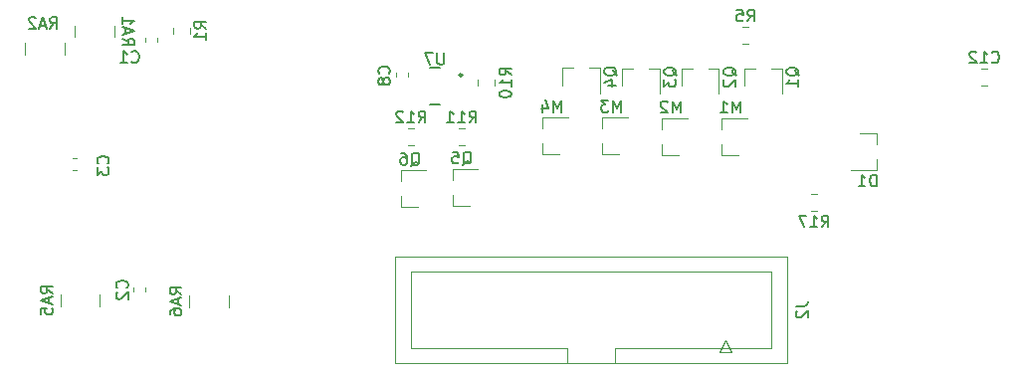
<source format=gbo>
G04 #@! TF.GenerationSoftware,KiCad,Pcbnew,(5.1.7)-1*
G04 #@! TF.CreationDate,2021-11-14T21:58:53-06:00*
G04 #@! TF.ProjectId,PIC-nixie,5049432d-6e69-4786-9965-2e6b69636164,rev?*
G04 #@! TF.SameCoordinates,Original*
G04 #@! TF.FileFunction,Legend,Bot*
G04 #@! TF.FilePolarity,Positive*
%FSLAX46Y46*%
G04 Gerber Fmt 4.6, Leading zero omitted, Abs format (unit mm)*
G04 Created by KiCad (PCBNEW (5.1.7)-1) date 2021-11-14 21:58:53*
%MOMM*%
%LPD*%
G01*
G04 APERTURE LIST*
%ADD10C,0.120000*%
%ADD11C,0.250000*%
%ADD12C,0.150000*%
%ADD13C,2.301600*%
%ADD14C,1.701800*%
%ADD15O,2.101600X1.101600*%
%ADD16O,1.701600X1.701600*%
%ADD17C,1.801600*%
%ADD18C,1.901600*%
G04 APERTURE END LIST*
D10*
X160930000Y-122830000D02*
X161430000Y-121830000D01*
X161930000Y-122830000D02*
X160930000Y-122830000D01*
X161430000Y-121830000D02*
X161930000Y-122830000D01*
X147950000Y-122480000D02*
X147950000Y-123790000D01*
X147950000Y-122480000D02*
X147950000Y-122480000D01*
X134660000Y-122480000D02*
X147950000Y-122480000D01*
X134660000Y-115980000D02*
X134660000Y-122480000D01*
X165340000Y-115980000D02*
X134660000Y-115980000D01*
X165340000Y-122480000D02*
X165340000Y-115980000D01*
X152050000Y-122480000D02*
X165340000Y-122480000D01*
X152050000Y-123790000D02*
X152050000Y-122480000D01*
X133360000Y-123790000D02*
X166640000Y-123790000D01*
X133360000Y-114670000D02*
X133360000Y-123790000D01*
X166640000Y-114670000D02*
X133360000Y-114670000D01*
X166640000Y-123790000D02*
X166640000Y-114670000D01*
D11*
X139035000Y-99236000D02*
G75*
G03*
X139035000Y-99236000I-125000J0D01*
G01*
D12*
X137135000Y-101736000D02*
X136285000Y-101736000D01*
X137135000Y-98636000D02*
X136285000Y-98636000D01*
D10*
X115820000Y-119000000D02*
X115820000Y-118000000D01*
X119180000Y-119000000D02*
X119180000Y-118000000D01*
X104845000Y-118925000D02*
X104845000Y-117925000D01*
X108205000Y-118925000D02*
X108205000Y-117925000D01*
X101845000Y-97500000D02*
X101845000Y-96500000D01*
X105205000Y-97500000D02*
X105205000Y-96500000D01*
X109455000Y-95025000D02*
X109455000Y-96025000D01*
X106095000Y-95025000D02*
X106095000Y-96025000D01*
X168706748Y-109382000D02*
X169229252Y-109382000D01*
X168706748Y-110802000D02*
X169229252Y-110802000D01*
X134930252Y-105214000D02*
X134407748Y-105214000D01*
X134930252Y-103794000D02*
X134407748Y-103794000D01*
X139257252Y-105214000D02*
X138734748Y-105214000D01*
X139257252Y-103794000D02*
X138734748Y-103794000D01*
X140390000Y-100136252D02*
X140390000Y-99613748D01*
X141810000Y-100136252D02*
X141810000Y-99613748D01*
X163396252Y-96578000D02*
X162873748Y-96578000D01*
X163396252Y-95158000D02*
X162873748Y-95158000D01*
X115860000Y-95711252D02*
X115860000Y-95188748D01*
X114440000Y-95711252D02*
X114440000Y-95188748D01*
X133824000Y-110504000D02*
X135284000Y-110504000D01*
X133824000Y-107344000D02*
X135984000Y-107344000D01*
X133824000Y-107344000D02*
X133824000Y-108274000D01*
X133824000Y-110504000D02*
X133824000Y-109574000D01*
X138220000Y-110402000D02*
X139680000Y-110402000D01*
X138220000Y-107242000D02*
X140380000Y-107242000D01*
X138220000Y-107242000D02*
X138220000Y-108172000D01*
X138220000Y-110402000D02*
X138220000Y-109472000D01*
X147576000Y-98648000D02*
X147576000Y-100108000D01*
X150736000Y-98648000D02*
X150736000Y-100808000D01*
X150736000Y-98648000D02*
X149806000Y-98648000D01*
X147576000Y-98648000D02*
X148506000Y-98648000D01*
X152656000Y-98664000D02*
X152656000Y-100124000D01*
X155816000Y-98664000D02*
X155816000Y-100824000D01*
X155816000Y-98664000D02*
X154886000Y-98664000D01*
X152656000Y-98664000D02*
X153586000Y-98664000D01*
X157720000Y-98664000D02*
X157720000Y-100124000D01*
X160880000Y-98664000D02*
X160880000Y-100824000D01*
X160880000Y-98664000D02*
X159950000Y-98664000D01*
X157720000Y-98664000D02*
X158650000Y-98664000D01*
X163070000Y-98664000D02*
X163070000Y-100124000D01*
X166230000Y-98664000D02*
X166230000Y-100824000D01*
X166230000Y-98664000D02*
X165300000Y-98664000D01*
X163070000Y-98664000D02*
X164000000Y-98664000D01*
X145872000Y-106018000D02*
X145872000Y-105088000D01*
X145872000Y-102858000D02*
X145872000Y-103788000D01*
X145872000Y-102858000D02*
X148032000Y-102858000D01*
X145872000Y-106018000D02*
X147332000Y-106018000D01*
X150952000Y-106018000D02*
X152412000Y-106018000D01*
X150952000Y-102858000D02*
X153112000Y-102858000D01*
X150952000Y-102858000D02*
X150952000Y-103788000D01*
X150952000Y-106018000D02*
X150952000Y-105088000D01*
X156016000Y-106084000D02*
X157476000Y-106084000D01*
X156016000Y-102924000D02*
X158176000Y-102924000D01*
X156016000Y-102924000D02*
X156016000Y-103854000D01*
X156016000Y-106084000D02*
X156016000Y-105154000D01*
X161096000Y-106084000D02*
X162556000Y-106084000D01*
X161096000Y-102924000D02*
X163256000Y-102924000D01*
X161096000Y-102924000D02*
X161096000Y-103854000D01*
X161096000Y-106084000D02*
X161096000Y-105154000D01*
X174300000Y-104194000D02*
X172840000Y-104194000D01*
X174300000Y-107354000D02*
X172140000Y-107354000D01*
X174300000Y-107354000D02*
X174300000Y-106424000D01*
X174300000Y-104194000D02*
X174300000Y-105124000D01*
X183716252Y-100134000D02*
X183193748Y-100134000D01*
X183716252Y-98714000D02*
X183193748Y-98714000D01*
X133440000Y-99346267D02*
X133440000Y-99003733D01*
X134460000Y-99346267D02*
X134460000Y-99003733D01*
X105853733Y-106340000D02*
X106196267Y-106340000D01*
X105853733Y-107360000D02*
X106196267Y-107360000D01*
X112085000Y-117353733D02*
X112085000Y-117696267D01*
X111065000Y-117353733D02*
X111065000Y-117696267D01*
X113110000Y-96421267D02*
X113110000Y-96078733D01*
X112090000Y-96421267D02*
X112090000Y-96078733D01*
D12*
X167427380Y-118906666D02*
X168141666Y-118906666D01*
X168284523Y-118859047D01*
X168379761Y-118763809D01*
X168427380Y-118620952D01*
X168427380Y-118525714D01*
X167522619Y-119335238D02*
X167475000Y-119382857D01*
X167427380Y-119478095D01*
X167427380Y-119716190D01*
X167475000Y-119811428D01*
X167522619Y-119859047D01*
X167617857Y-119906666D01*
X167713095Y-119906666D01*
X167855952Y-119859047D01*
X168427380Y-119287619D01*
X168427380Y-119906666D01*
X137484404Y-97352380D02*
X137484404Y-98161904D01*
X137436785Y-98257142D01*
X137389166Y-98304761D01*
X137293928Y-98352380D01*
X137103452Y-98352380D01*
X137008214Y-98304761D01*
X136960595Y-98257142D01*
X136912976Y-98161904D01*
X136912976Y-97352380D01*
X136532023Y-97352380D02*
X135865357Y-97352380D01*
X136293928Y-98352380D01*
X115152380Y-117904761D02*
X114676190Y-117571428D01*
X115152380Y-117333333D02*
X114152380Y-117333333D01*
X114152380Y-117714285D01*
X114200000Y-117809523D01*
X114247619Y-117857142D01*
X114342857Y-117904761D01*
X114485714Y-117904761D01*
X114580952Y-117857142D01*
X114628571Y-117809523D01*
X114676190Y-117714285D01*
X114676190Y-117333333D01*
X114866666Y-118285714D02*
X114866666Y-118761904D01*
X115152380Y-118190476D02*
X114152380Y-118523809D01*
X115152380Y-118857142D01*
X114152380Y-119619047D02*
X114152380Y-119428571D01*
X114200000Y-119333333D01*
X114247619Y-119285714D01*
X114390476Y-119190476D01*
X114580952Y-119142857D01*
X114961904Y-119142857D01*
X115057142Y-119190476D01*
X115104761Y-119238095D01*
X115152380Y-119333333D01*
X115152380Y-119523809D01*
X115104761Y-119619047D01*
X115057142Y-119666666D01*
X114961904Y-119714285D01*
X114723809Y-119714285D01*
X114628571Y-119666666D01*
X114580952Y-119619047D01*
X114533333Y-119523809D01*
X114533333Y-119333333D01*
X114580952Y-119238095D01*
X114628571Y-119190476D01*
X114723809Y-119142857D01*
X104177380Y-117829761D02*
X103701190Y-117496428D01*
X104177380Y-117258333D02*
X103177380Y-117258333D01*
X103177380Y-117639285D01*
X103225000Y-117734523D01*
X103272619Y-117782142D01*
X103367857Y-117829761D01*
X103510714Y-117829761D01*
X103605952Y-117782142D01*
X103653571Y-117734523D01*
X103701190Y-117639285D01*
X103701190Y-117258333D01*
X103891666Y-118210714D02*
X103891666Y-118686904D01*
X104177380Y-118115476D02*
X103177380Y-118448809D01*
X104177380Y-118782142D01*
X103177380Y-119591666D02*
X103177380Y-119115476D01*
X103653571Y-119067857D01*
X103605952Y-119115476D01*
X103558333Y-119210714D01*
X103558333Y-119448809D01*
X103605952Y-119544047D01*
X103653571Y-119591666D01*
X103748809Y-119639285D01*
X103986904Y-119639285D01*
X104082142Y-119591666D01*
X104129761Y-119544047D01*
X104177380Y-119448809D01*
X104177380Y-119210714D01*
X104129761Y-119115476D01*
X104082142Y-119067857D01*
X103970238Y-95302380D02*
X104303571Y-94826190D01*
X104541666Y-95302380D02*
X104541666Y-94302380D01*
X104160714Y-94302380D01*
X104065476Y-94350000D01*
X104017857Y-94397619D01*
X103970238Y-94492857D01*
X103970238Y-94635714D01*
X104017857Y-94730952D01*
X104065476Y-94778571D01*
X104160714Y-94826190D01*
X104541666Y-94826190D01*
X103589285Y-95016666D02*
X103113095Y-95016666D01*
X103684523Y-95302380D02*
X103351190Y-94302380D01*
X103017857Y-95302380D01*
X102732142Y-94397619D02*
X102684523Y-94350000D01*
X102589285Y-94302380D01*
X102351190Y-94302380D01*
X102255952Y-94350000D01*
X102208333Y-94397619D01*
X102160714Y-94492857D01*
X102160714Y-94588095D01*
X102208333Y-94730952D01*
X102779761Y-95302380D01*
X102160714Y-95302380D01*
X110122619Y-96120238D02*
X110598809Y-96453571D01*
X110122619Y-96691666D02*
X111122619Y-96691666D01*
X111122619Y-96310714D01*
X111075000Y-96215476D01*
X111027380Y-96167857D01*
X110932142Y-96120238D01*
X110789285Y-96120238D01*
X110694047Y-96167857D01*
X110646428Y-96215476D01*
X110598809Y-96310714D01*
X110598809Y-96691666D01*
X110408333Y-95739285D02*
X110408333Y-95263095D01*
X110122619Y-95834523D02*
X111122619Y-95501190D01*
X110122619Y-95167857D01*
X110122619Y-94310714D02*
X110122619Y-94882142D01*
X110122619Y-94596428D02*
X111122619Y-94596428D01*
X110979761Y-94691666D01*
X110884523Y-94786904D01*
X110836904Y-94882142D01*
X169610857Y-112194380D02*
X169944190Y-111718190D01*
X170182285Y-112194380D02*
X170182285Y-111194380D01*
X169801333Y-111194380D01*
X169706095Y-111242000D01*
X169658476Y-111289619D01*
X169610857Y-111384857D01*
X169610857Y-111527714D01*
X169658476Y-111622952D01*
X169706095Y-111670571D01*
X169801333Y-111718190D01*
X170182285Y-111718190D01*
X168658476Y-112194380D02*
X169229904Y-112194380D01*
X168944190Y-112194380D02*
X168944190Y-111194380D01*
X169039428Y-111337238D01*
X169134666Y-111432476D01*
X169229904Y-111480095D01*
X168325142Y-111194380D02*
X167658476Y-111194380D01*
X168087047Y-112194380D01*
X135311857Y-103306380D02*
X135645190Y-102830190D01*
X135883285Y-103306380D02*
X135883285Y-102306380D01*
X135502333Y-102306380D01*
X135407095Y-102354000D01*
X135359476Y-102401619D01*
X135311857Y-102496857D01*
X135311857Y-102639714D01*
X135359476Y-102734952D01*
X135407095Y-102782571D01*
X135502333Y-102830190D01*
X135883285Y-102830190D01*
X134359476Y-103306380D02*
X134930904Y-103306380D01*
X134645190Y-103306380D02*
X134645190Y-102306380D01*
X134740428Y-102449238D01*
X134835666Y-102544476D01*
X134930904Y-102592095D01*
X133978523Y-102401619D02*
X133930904Y-102354000D01*
X133835666Y-102306380D01*
X133597571Y-102306380D01*
X133502333Y-102354000D01*
X133454714Y-102401619D01*
X133407095Y-102496857D01*
X133407095Y-102592095D01*
X133454714Y-102734952D01*
X134026142Y-103306380D01*
X133407095Y-103306380D01*
X139638857Y-103306380D02*
X139972190Y-102830190D01*
X140210285Y-103306380D02*
X140210285Y-102306380D01*
X139829333Y-102306380D01*
X139734095Y-102354000D01*
X139686476Y-102401619D01*
X139638857Y-102496857D01*
X139638857Y-102639714D01*
X139686476Y-102734952D01*
X139734095Y-102782571D01*
X139829333Y-102830190D01*
X140210285Y-102830190D01*
X138686476Y-103306380D02*
X139257904Y-103306380D01*
X138972190Y-103306380D02*
X138972190Y-102306380D01*
X139067428Y-102449238D01*
X139162666Y-102544476D01*
X139257904Y-102592095D01*
X137734095Y-103306380D02*
X138305523Y-103306380D01*
X138019809Y-103306380D02*
X138019809Y-102306380D01*
X138115047Y-102449238D01*
X138210285Y-102544476D01*
X138305523Y-102592095D01*
X143202380Y-99232142D02*
X142726190Y-98898809D01*
X143202380Y-98660714D02*
X142202380Y-98660714D01*
X142202380Y-99041666D01*
X142250000Y-99136904D01*
X142297619Y-99184523D01*
X142392857Y-99232142D01*
X142535714Y-99232142D01*
X142630952Y-99184523D01*
X142678571Y-99136904D01*
X142726190Y-99041666D01*
X142726190Y-98660714D01*
X143202380Y-100184523D02*
X143202380Y-99613095D01*
X143202380Y-99898809D02*
X142202380Y-99898809D01*
X142345238Y-99803571D01*
X142440476Y-99708333D01*
X142488095Y-99613095D01*
X142202380Y-100803571D02*
X142202380Y-100898809D01*
X142250000Y-100994047D01*
X142297619Y-101041666D01*
X142392857Y-101089285D01*
X142583333Y-101136904D01*
X142821428Y-101136904D01*
X143011904Y-101089285D01*
X143107142Y-101041666D01*
X143154761Y-100994047D01*
X143202380Y-100898809D01*
X143202380Y-100803571D01*
X143154761Y-100708333D01*
X143107142Y-100660714D01*
X143011904Y-100613095D01*
X142821428Y-100565476D01*
X142583333Y-100565476D01*
X142392857Y-100613095D01*
X142297619Y-100660714D01*
X142250000Y-100708333D01*
X142202380Y-100803571D01*
X163301666Y-94670380D02*
X163635000Y-94194190D01*
X163873095Y-94670380D02*
X163873095Y-93670380D01*
X163492142Y-93670380D01*
X163396904Y-93718000D01*
X163349285Y-93765619D01*
X163301666Y-93860857D01*
X163301666Y-94003714D01*
X163349285Y-94098952D01*
X163396904Y-94146571D01*
X163492142Y-94194190D01*
X163873095Y-94194190D01*
X162396904Y-93670380D02*
X162873095Y-93670380D01*
X162920714Y-94146571D01*
X162873095Y-94098952D01*
X162777857Y-94051333D01*
X162539761Y-94051333D01*
X162444523Y-94098952D01*
X162396904Y-94146571D01*
X162349285Y-94241809D01*
X162349285Y-94479904D01*
X162396904Y-94575142D01*
X162444523Y-94622761D01*
X162539761Y-94670380D01*
X162777857Y-94670380D01*
X162873095Y-94622761D01*
X162920714Y-94575142D01*
X117252380Y-95283333D02*
X116776190Y-94950000D01*
X117252380Y-94711904D02*
X116252380Y-94711904D01*
X116252380Y-95092857D01*
X116300000Y-95188095D01*
X116347619Y-95235714D01*
X116442857Y-95283333D01*
X116585714Y-95283333D01*
X116680952Y-95235714D01*
X116728571Y-95188095D01*
X116776190Y-95092857D01*
X116776190Y-94711904D01*
X117252380Y-96235714D02*
X117252380Y-95664285D01*
X117252380Y-95950000D02*
X116252380Y-95950000D01*
X116395238Y-95854761D01*
X116490476Y-95759523D01*
X116538095Y-95664285D01*
X134679238Y-106971619D02*
X134774476Y-106924000D01*
X134869714Y-106828761D01*
X135012571Y-106685904D01*
X135107809Y-106638285D01*
X135203047Y-106638285D01*
X135155428Y-106876380D02*
X135250666Y-106828761D01*
X135345904Y-106733523D01*
X135393523Y-106543047D01*
X135393523Y-106209714D01*
X135345904Y-106019238D01*
X135250666Y-105924000D01*
X135155428Y-105876380D01*
X134964952Y-105876380D01*
X134869714Y-105924000D01*
X134774476Y-106019238D01*
X134726857Y-106209714D01*
X134726857Y-106543047D01*
X134774476Y-106733523D01*
X134869714Y-106828761D01*
X134964952Y-106876380D01*
X135155428Y-106876380D01*
X133869714Y-105876380D02*
X134060190Y-105876380D01*
X134155428Y-105924000D01*
X134203047Y-105971619D01*
X134298285Y-106114476D01*
X134345904Y-106304952D01*
X134345904Y-106685904D01*
X134298285Y-106781142D01*
X134250666Y-106828761D01*
X134155428Y-106876380D01*
X133964952Y-106876380D01*
X133869714Y-106828761D01*
X133822095Y-106781142D01*
X133774476Y-106685904D01*
X133774476Y-106447809D01*
X133822095Y-106352571D01*
X133869714Y-106304952D01*
X133964952Y-106257333D01*
X134155428Y-106257333D01*
X134250666Y-106304952D01*
X134298285Y-106352571D01*
X134345904Y-106447809D01*
X139075238Y-106869619D02*
X139170476Y-106822000D01*
X139265714Y-106726761D01*
X139408571Y-106583904D01*
X139503809Y-106536285D01*
X139599047Y-106536285D01*
X139551428Y-106774380D02*
X139646666Y-106726761D01*
X139741904Y-106631523D01*
X139789523Y-106441047D01*
X139789523Y-106107714D01*
X139741904Y-105917238D01*
X139646666Y-105822000D01*
X139551428Y-105774380D01*
X139360952Y-105774380D01*
X139265714Y-105822000D01*
X139170476Y-105917238D01*
X139122857Y-106107714D01*
X139122857Y-106441047D01*
X139170476Y-106631523D01*
X139265714Y-106726761D01*
X139360952Y-106774380D01*
X139551428Y-106774380D01*
X138218095Y-105774380D02*
X138694285Y-105774380D01*
X138741904Y-106250571D01*
X138694285Y-106202952D01*
X138599047Y-106155333D01*
X138360952Y-106155333D01*
X138265714Y-106202952D01*
X138218095Y-106250571D01*
X138170476Y-106345809D01*
X138170476Y-106583904D01*
X138218095Y-106679142D01*
X138265714Y-106726761D01*
X138360952Y-106774380D01*
X138599047Y-106774380D01*
X138694285Y-106726761D01*
X138741904Y-106679142D01*
X152203619Y-99312761D02*
X152156000Y-99217523D01*
X152060761Y-99122285D01*
X151917904Y-98979428D01*
X151870285Y-98884190D01*
X151870285Y-98788952D01*
X152108380Y-98836571D02*
X152060761Y-98741333D01*
X151965523Y-98646095D01*
X151775047Y-98598476D01*
X151441714Y-98598476D01*
X151251238Y-98646095D01*
X151156000Y-98741333D01*
X151108380Y-98836571D01*
X151108380Y-99027047D01*
X151156000Y-99122285D01*
X151251238Y-99217523D01*
X151441714Y-99265142D01*
X151775047Y-99265142D01*
X151965523Y-99217523D01*
X152060761Y-99122285D01*
X152108380Y-99027047D01*
X152108380Y-98836571D01*
X151441714Y-100122285D02*
X152108380Y-100122285D01*
X151060761Y-99884190D02*
X151775047Y-99646095D01*
X151775047Y-100265142D01*
X157283619Y-99328761D02*
X157236000Y-99233523D01*
X157140761Y-99138285D01*
X156997904Y-98995428D01*
X156950285Y-98900190D01*
X156950285Y-98804952D01*
X157188380Y-98852571D02*
X157140761Y-98757333D01*
X157045523Y-98662095D01*
X156855047Y-98614476D01*
X156521714Y-98614476D01*
X156331238Y-98662095D01*
X156236000Y-98757333D01*
X156188380Y-98852571D01*
X156188380Y-99043047D01*
X156236000Y-99138285D01*
X156331238Y-99233523D01*
X156521714Y-99281142D01*
X156855047Y-99281142D01*
X157045523Y-99233523D01*
X157140761Y-99138285D01*
X157188380Y-99043047D01*
X157188380Y-98852571D01*
X156188380Y-99614476D02*
X156188380Y-100233523D01*
X156569333Y-99900190D01*
X156569333Y-100043047D01*
X156616952Y-100138285D01*
X156664571Y-100185904D01*
X156759809Y-100233523D01*
X156997904Y-100233523D01*
X157093142Y-100185904D01*
X157140761Y-100138285D01*
X157188380Y-100043047D01*
X157188380Y-99757333D01*
X157140761Y-99662095D01*
X157093142Y-99614476D01*
X162347619Y-99328761D02*
X162300000Y-99233523D01*
X162204761Y-99138285D01*
X162061904Y-98995428D01*
X162014285Y-98900190D01*
X162014285Y-98804952D01*
X162252380Y-98852571D02*
X162204761Y-98757333D01*
X162109523Y-98662095D01*
X161919047Y-98614476D01*
X161585714Y-98614476D01*
X161395238Y-98662095D01*
X161300000Y-98757333D01*
X161252380Y-98852571D01*
X161252380Y-99043047D01*
X161300000Y-99138285D01*
X161395238Y-99233523D01*
X161585714Y-99281142D01*
X161919047Y-99281142D01*
X162109523Y-99233523D01*
X162204761Y-99138285D01*
X162252380Y-99043047D01*
X162252380Y-98852571D01*
X161347619Y-99662095D02*
X161300000Y-99709714D01*
X161252380Y-99804952D01*
X161252380Y-100043047D01*
X161300000Y-100138285D01*
X161347619Y-100185904D01*
X161442857Y-100233523D01*
X161538095Y-100233523D01*
X161680952Y-100185904D01*
X162252380Y-99614476D01*
X162252380Y-100233523D01*
X167697619Y-99328761D02*
X167650000Y-99233523D01*
X167554761Y-99138285D01*
X167411904Y-98995428D01*
X167364285Y-98900190D01*
X167364285Y-98804952D01*
X167602380Y-98852571D02*
X167554761Y-98757333D01*
X167459523Y-98662095D01*
X167269047Y-98614476D01*
X166935714Y-98614476D01*
X166745238Y-98662095D01*
X166650000Y-98757333D01*
X166602380Y-98852571D01*
X166602380Y-99043047D01*
X166650000Y-99138285D01*
X166745238Y-99233523D01*
X166935714Y-99281142D01*
X167269047Y-99281142D01*
X167459523Y-99233523D01*
X167554761Y-99138285D01*
X167602380Y-99043047D01*
X167602380Y-98852571D01*
X167602380Y-100233523D02*
X167602380Y-99662095D01*
X167602380Y-99947809D02*
X166602380Y-99947809D01*
X166745238Y-99852571D01*
X166840476Y-99757333D01*
X166888095Y-99662095D01*
X147441523Y-102390380D02*
X147441523Y-101390380D01*
X147108190Y-102104666D01*
X146774857Y-101390380D01*
X146774857Y-102390380D01*
X145870095Y-101723714D02*
X145870095Y-102390380D01*
X146108190Y-101342761D02*
X146346285Y-102057047D01*
X145727238Y-102057047D01*
X152521523Y-102390380D02*
X152521523Y-101390380D01*
X152188190Y-102104666D01*
X151854857Y-101390380D01*
X151854857Y-102390380D01*
X151473904Y-101390380D02*
X150854857Y-101390380D01*
X151188190Y-101771333D01*
X151045333Y-101771333D01*
X150950095Y-101818952D01*
X150902476Y-101866571D01*
X150854857Y-101961809D01*
X150854857Y-102199904D01*
X150902476Y-102295142D01*
X150950095Y-102342761D01*
X151045333Y-102390380D01*
X151331047Y-102390380D01*
X151426285Y-102342761D01*
X151473904Y-102295142D01*
X157585523Y-102456380D02*
X157585523Y-101456380D01*
X157252190Y-102170666D01*
X156918857Y-101456380D01*
X156918857Y-102456380D01*
X156490285Y-101551619D02*
X156442666Y-101504000D01*
X156347428Y-101456380D01*
X156109333Y-101456380D01*
X156014095Y-101504000D01*
X155966476Y-101551619D01*
X155918857Y-101646857D01*
X155918857Y-101742095D01*
X155966476Y-101884952D01*
X156537904Y-102456380D01*
X155918857Y-102456380D01*
X162665523Y-102456380D02*
X162665523Y-101456380D01*
X162332190Y-102170666D01*
X161998857Y-101456380D01*
X161998857Y-102456380D01*
X160998857Y-102456380D02*
X161570285Y-102456380D01*
X161284571Y-102456380D02*
X161284571Y-101456380D01*
X161379809Y-101599238D01*
X161475047Y-101694476D01*
X161570285Y-101742095D01*
X174278095Y-108726380D02*
X174278095Y-107726380D01*
X174040000Y-107726380D01*
X173897142Y-107774000D01*
X173801904Y-107869238D01*
X173754285Y-107964476D01*
X173706666Y-108154952D01*
X173706666Y-108297809D01*
X173754285Y-108488285D01*
X173801904Y-108583523D01*
X173897142Y-108678761D01*
X174040000Y-108726380D01*
X174278095Y-108726380D01*
X172754285Y-108726380D02*
X173325714Y-108726380D01*
X173040000Y-108726380D02*
X173040000Y-107726380D01*
X173135238Y-107869238D01*
X173230476Y-107964476D01*
X173325714Y-108012095D01*
X184097857Y-98131142D02*
X184145476Y-98178761D01*
X184288333Y-98226380D01*
X184383571Y-98226380D01*
X184526428Y-98178761D01*
X184621666Y-98083523D01*
X184669285Y-97988285D01*
X184716904Y-97797809D01*
X184716904Y-97654952D01*
X184669285Y-97464476D01*
X184621666Y-97369238D01*
X184526428Y-97274000D01*
X184383571Y-97226380D01*
X184288333Y-97226380D01*
X184145476Y-97274000D01*
X184097857Y-97321619D01*
X183145476Y-98226380D02*
X183716904Y-98226380D01*
X183431190Y-98226380D02*
X183431190Y-97226380D01*
X183526428Y-97369238D01*
X183621666Y-97464476D01*
X183716904Y-97512095D01*
X182764523Y-97321619D02*
X182716904Y-97274000D01*
X182621666Y-97226380D01*
X182383571Y-97226380D01*
X182288333Y-97274000D01*
X182240714Y-97321619D01*
X182193095Y-97416857D01*
X182193095Y-97512095D01*
X182240714Y-97654952D01*
X182812142Y-98226380D01*
X182193095Y-98226380D01*
X132783142Y-99121333D02*
X132830761Y-99073714D01*
X132878380Y-98930857D01*
X132878380Y-98835619D01*
X132830761Y-98692761D01*
X132735523Y-98597523D01*
X132640285Y-98549904D01*
X132449809Y-98502285D01*
X132306952Y-98502285D01*
X132116476Y-98549904D01*
X132021238Y-98597523D01*
X131926000Y-98692761D01*
X131878380Y-98835619D01*
X131878380Y-98930857D01*
X131926000Y-99073714D01*
X131973619Y-99121333D01*
X132306952Y-99692761D02*
X132259333Y-99597523D01*
X132211714Y-99549904D01*
X132116476Y-99502285D01*
X132068857Y-99502285D01*
X131973619Y-99549904D01*
X131926000Y-99597523D01*
X131878380Y-99692761D01*
X131878380Y-99883238D01*
X131926000Y-99978476D01*
X131973619Y-100026095D01*
X132068857Y-100073714D01*
X132116476Y-100073714D01*
X132211714Y-100026095D01*
X132259333Y-99978476D01*
X132306952Y-99883238D01*
X132306952Y-99692761D01*
X132354571Y-99597523D01*
X132402190Y-99549904D01*
X132497428Y-99502285D01*
X132687904Y-99502285D01*
X132783142Y-99549904D01*
X132830761Y-99597523D01*
X132878380Y-99692761D01*
X132878380Y-99883238D01*
X132830761Y-99978476D01*
X132783142Y-100026095D01*
X132687904Y-100073714D01*
X132497428Y-100073714D01*
X132402190Y-100026095D01*
X132354571Y-99978476D01*
X132306952Y-99883238D01*
X108882142Y-106783333D02*
X108929761Y-106735714D01*
X108977380Y-106592857D01*
X108977380Y-106497619D01*
X108929761Y-106354761D01*
X108834523Y-106259523D01*
X108739285Y-106211904D01*
X108548809Y-106164285D01*
X108405952Y-106164285D01*
X108215476Y-106211904D01*
X108120238Y-106259523D01*
X108025000Y-106354761D01*
X107977380Y-106497619D01*
X107977380Y-106592857D01*
X108025000Y-106735714D01*
X108072619Y-106783333D01*
X107977380Y-107116666D02*
X107977380Y-107735714D01*
X108358333Y-107402380D01*
X108358333Y-107545238D01*
X108405952Y-107640476D01*
X108453571Y-107688095D01*
X108548809Y-107735714D01*
X108786904Y-107735714D01*
X108882142Y-107688095D01*
X108929761Y-107640476D01*
X108977380Y-107545238D01*
X108977380Y-107259523D01*
X108929761Y-107164285D01*
X108882142Y-107116666D01*
X110502142Y-117358333D02*
X110549761Y-117310714D01*
X110597380Y-117167857D01*
X110597380Y-117072619D01*
X110549761Y-116929761D01*
X110454523Y-116834523D01*
X110359285Y-116786904D01*
X110168809Y-116739285D01*
X110025952Y-116739285D01*
X109835476Y-116786904D01*
X109740238Y-116834523D01*
X109645000Y-116929761D01*
X109597380Y-117072619D01*
X109597380Y-117167857D01*
X109645000Y-117310714D01*
X109692619Y-117358333D01*
X109692619Y-117739285D02*
X109645000Y-117786904D01*
X109597380Y-117882142D01*
X109597380Y-118120238D01*
X109645000Y-118215476D01*
X109692619Y-118263095D01*
X109787857Y-118310714D01*
X109883095Y-118310714D01*
X110025952Y-118263095D01*
X110597380Y-117691666D01*
X110597380Y-118310714D01*
X110916666Y-98107142D02*
X110964285Y-98154761D01*
X111107142Y-98202380D01*
X111202380Y-98202380D01*
X111345238Y-98154761D01*
X111440476Y-98059523D01*
X111488095Y-97964285D01*
X111535714Y-97773809D01*
X111535714Y-97630952D01*
X111488095Y-97440476D01*
X111440476Y-97345238D01*
X111345238Y-97250000D01*
X111202380Y-97202380D01*
X111107142Y-97202380D01*
X110964285Y-97250000D01*
X110916666Y-97297619D01*
X109964285Y-98202380D02*
X110535714Y-98202380D01*
X110250000Y-98202380D02*
X110250000Y-97202380D01*
X110345238Y-97345238D01*
X110440476Y-97440476D01*
X110535714Y-97488095D01*
%LPC*%
D13*
X125000000Y-88000000D03*
G36*
G01*
X192430900Y-117165900D02*
X192430900Y-118766100D01*
G75*
G02*
X192380100Y-118816900I-50800J0D01*
G01*
X190779900Y-118816900D01*
G75*
G02*
X190729100Y-118766100I0J50800D01*
G01*
X190729100Y-117165900D01*
G75*
G02*
X190779900Y-117115100I50800J0D01*
G01*
X192380100Y-117115100D01*
G75*
G02*
X192430900Y-117165900I0J-50800D01*
G01*
G37*
D14*
X174080000Y-117966000D03*
D13*
X195000000Y-88000000D03*
D15*
X174650000Y-87064000D03*
X182850000Y-87064000D03*
X174650000Y-90004000D03*
X182850000Y-90004000D03*
G36*
G01*
X121000000Y-112924200D02*
X122600000Y-112924200D01*
G75*
G02*
X122650800Y-112975000I0J-50800D01*
G01*
X122650800Y-114575000D01*
G75*
G02*
X122600000Y-114625800I-50800J0D01*
G01*
X121000000Y-114625800D01*
G75*
G02*
X120949200Y-114575000I0J50800D01*
G01*
X120949200Y-112975000D01*
G75*
G02*
X121000000Y-112924200I50800J0D01*
G01*
G37*
D16*
X104020000Y-121395000D03*
X119260000Y-113775000D03*
X106560000Y-121395000D03*
X116720000Y-113775000D03*
X109100000Y-121395000D03*
X114180000Y-113775000D03*
X111640000Y-121395000D03*
X111640000Y-113775000D03*
X114180000Y-121395000D03*
X109100000Y-113775000D03*
X116720000Y-121395000D03*
X106560000Y-113775000D03*
X119260000Y-121395000D03*
X104020000Y-113775000D03*
X121800000Y-121395000D03*
G36*
G01*
X162065859Y-121400800D02*
X160794141Y-121400800D01*
G75*
G02*
X160529200Y-121135859I0J264941D01*
G01*
X160529200Y-119864141D01*
G75*
G02*
X160794141Y-119599200I264941J0D01*
G01*
X162065859Y-119599200D01*
G75*
G02*
X162330800Y-119864141I0J-264941D01*
G01*
X162330800Y-121135859D01*
G75*
G02*
X162065859Y-121400800I-264941J0D01*
G01*
G37*
D17*
X158890000Y-120500000D03*
X156350000Y-120500000D03*
X153810000Y-120500000D03*
X151270000Y-120500000D03*
X148730000Y-120500000D03*
X146190000Y-120500000D03*
X143650000Y-120500000D03*
X141110000Y-120500000D03*
X138570000Y-120500000D03*
X161430000Y-117960000D03*
X158890000Y-117960000D03*
X156350000Y-117960000D03*
X153810000Y-117960000D03*
X151270000Y-117960000D03*
X148730000Y-117960000D03*
X146190000Y-117960000D03*
X143650000Y-117960000D03*
X141110000Y-117960000D03*
X138570000Y-117960000D03*
G36*
G01*
X138360800Y-98961000D02*
X138360800Y-99511000D01*
G75*
G02*
X138310000Y-99561800I-50800J0D01*
G01*
X137510000Y-99561800D01*
G75*
G02*
X137459200Y-99511000I0J50800D01*
G01*
X137459200Y-98961000D01*
G75*
G02*
X137510000Y-98910200I50800J0D01*
G01*
X138310000Y-98910200D01*
G75*
G02*
X138360800Y-98961000I0J-50800D01*
G01*
G37*
G36*
G01*
X138360800Y-99911000D02*
X138360800Y-100461000D01*
G75*
G02*
X138310000Y-100511800I-50800J0D01*
G01*
X137510000Y-100511800D01*
G75*
G02*
X137459200Y-100461000I0J50800D01*
G01*
X137459200Y-99911000D01*
G75*
G02*
X137510000Y-99860200I50800J0D01*
G01*
X138310000Y-99860200D01*
G75*
G02*
X138360800Y-99911000I0J-50800D01*
G01*
G37*
G36*
G01*
X138360800Y-100861000D02*
X138360800Y-101411000D01*
G75*
G02*
X138310000Y-101461800I-50800J0D01*
G01*
X137510000Y-101461800D01*
G75*
G02*
X137459200Y-101411000I0J50800D01*
G01*
X137459200Y-100861000D01*
G75*
G02*
X137510000Y-100810200I50800J0D01*
G01*
X138310000Y-100810200D01*
G75*
G02*
X138360800Y-100861000I0J-50800D01*
G01*
G37*
G36*
G01*
X135960800Y-100861000D02*
X135960800Y-101411000D01*
G75*
G02*
X135910000Y-101461800I-50800J0D01*
G01*
X135110000Y-101461800D01*
G75*
G02*
X135059200Y-101411000I0J50800D01*
G01*
X135059200Y-100861000D01*
G75*
G02*
X135110000Y-100810200I50800J0D01*
G01*
X135910000Y-100810200D01*
G75*
G02*
X135960800Y-100861000I0J-50800D01*
G01*
G37*
G36*
G01*
X135960800Y-99911000D02*
X135960800Y-100461000D01*
G75*
G02*
X135910000Y-100511800I-50800J0D01*
G01*
X135110000Y-100511800D01*
G75*
G02*
X135059200Y-100461000I0J50800D01*
G01*
X135059200Y-99911000D01*
G75*
G02*
X135110000Y-99860200I50800J0D01*
G01*
X135910000Y-99860200D01*
G75*
G02*
X135960800Y-99911000I0J-50800D01*
G01*
G37*
G36*
G01*
X135960800Y-98961000D02*
X135960800Y-99511000D01*
G75*
G02*
X135910000Y-99561800I-50800J0D01*
G01*
X135110000Y-99561800D01*
G75*
G02*
X135059200Y-99511000I0J50800D01*
G01*
X135059200Y-98961000D01*
G75*
G02*
X135110000Y-98910200I50800J0D01*
G01*
X135910000Y-98910200D01*
G75*
G02*
X135960800Y-98961000I0J-50800D01*
G01*
G37*
D16*
X122775000Y-99820000D03*
X102455000Y-92200000D03*
X120235000Y-99820000D03*
X104995000Y-92200000D03*
X117695000Y-99820000D03*
X107535000Y-92200000D03*
X115155000Y-99820000D03*
X110075000Y-92200000D03*
X112615000Y-99820000D03*
X112615000Y-92200000D03*
X110075000Y-99820000D03*
X115155000Y-92200000D03*
X107535000Y-99820000D03*
X117695000Y-92200000D03*
X104995000Y-99820000D03*
X120235000Y-92200000D03*
X102455000Y-99820000D03*
G36*
G01*
X121975000Y-91349200D02*
X123575000Y-91349200D01*
G75*
G02*
X123625800Y-91400000I0J-50800D01*
G01*
X123625800Y-93000000D01*
G75*
G02*
X123575000Y-93050800I-50800J0D01*
G01*
X121975000Y-93050800D01*
G75*
G02*
X121924200Y-93000000I0J50800D01*
G01*
X121924200Y-91400000D01*
G75*
G02*
X121975000Y-91349200I50800J0D01*
G01*
G37*
G36*
G01*
X164738800Y-109292000D02*
X164738800Y-110892000D01*
G75*
G02*
X164688000Y-110942800I-50800J0D01*
G01*
X163088000Y-110942800D01*
G75*
G02*
X163037200Y-110892000I0J50800D01*
G01*
X163037200Y-109292000D01*
G75*
G02*
X163088000Y-109241200I50800J0D01*
G01*
X164688000Y-109241200D01*
G75*
G02*
X164738800Y-109292000I0J-50800D01*
G01*
G37*
X161348000Y-110092000D03*
X158808000Y-110092000D03*
X156268000Y-110092000D03*
X153728000Y-110092000D03*
X151188000Y-110092000D03*
X148648000Y-110092000D03*
X146108000Y-110092000D03*
G36*
G01*
X116049999Y-117149200D02*
X116550001Y-117149200D01*
G75*
G02*
X116600800Y-117199999I0J-50799D01*
G01*
X116600800Y-118000001D01*
G75*
G02*
X116550001Y-118050800I-50799J0D01*
G01*
X116049999Y-118050800D01*
G75*
G02*
X115999200Y-118000001I0J50799D01*
G01*
X115999200Y-117199999D01*
G75*
G02*
X116049999Y-117149200I50799J0D01*
G01*
G37*
G36*
G01*
X117700000Y-117149200D02*
X118100000Y-117149200D01*
G75*
G02*
X118150800Y-117200000I0J-50800D01*
G01*
X118150800Y-118000000D01*
G75*
G02*
X118100000Y-118050800I-50800J0D01*
G01*
X117700000Y-118050800D01*
G75*
G02*
X117649200Y-118000000I0J50800D01*
G01*
X117649200Y-117200000D01*
G75*
G02*
X117700000Y-117149200I50800J0D01*
G01*
G37*
G36*
G01*
X116900000Y-117149200D02*
X117300000Y-117149200D01*
G75*
G02*
X117350800Y-117200000I0J-50800D01*
G01*
X117350800Y-118000000D01*
G75*
G02*
X117300000Y-118050800I-50800J0D01*
G01*
X116900000Y-118050800D01*
G75*
G02*
X116849200Y-118000000I0J50800D01*
G01*
X116849200Y-117200000D01*
G75*
G02*
X116900000Y-117149200I50800J0D01*
G01*
G37*
G36*
G01*
X118449999Y-117149200D02*
X118950001Y-117149200D01*
G75*
G02*
X119000800Y-117199999I0J-50799D01*
G01*
X119000800Y-118000001D01*
G75*
G02*
X118950001Y-118050800I-50799J0D01*
G01*
X118449999Y-118050800D01*
G75*
G02*
X118399200Y-118000001I0J50799D01*
G01*
X118399200Y-117199999D01*
G75*
G02*
X118449999Y-117149200I50799J0D01*
G01*
G37*
G36*
G01*
X116900000Y-118949200D02*
X117300000Y-118949200D01*
G75*
G02*
X117350800Y-119000000I0J-50800D01*
G01*
X117350800Y-119800000D01*
G75*
G02*
X117300000Y-119850800I-50800J0D01*
G01*
X116900000Y-119850800D01*
G75*
G02*
X116849200Y-119800000I0J50800D01*
G01*
X116849200Y-119000000D01*
G75*
G02*
X116900000Y-118949200I50800J0D01*
G01*
G37*
G36*
G01*
X116049999Y-118949200D02*
X116550001Y-118949200D01*
G75*
G02*
X116600800Y-118999999I0J-50799D01*
G01*
X116600800Y-119800001D01*
G75*
G02*
X116550001Y-119850800I-50799J0D01*
G01*
X116049999Y-119850800D01*
G75*
G02*
X115999200Y-119800001I0J50799D01*
G01*
X115999200Y-118999999D01*
G75*
G02*
X116049999Y-118949200I50799J0D01*
G01*
G37*
G36*
G01*
X117700000Y-118949200D02*
X118100000Y-118949200D01*
G75*
G02*
X118150800Y-119000000I0J-50800D01*
G01*
X118150800Y-119800000D01*
G75*
G02*
X118100000Y-119850800I-50800J0D01*
G01*
X117700000Y-119850800D01*
G75*
G02*
X117649200Y-119800000I0J50800D01*
G01*
X117649200Y-119000000D01*
G75*
G02*
X117700000Y-118949200I50800J0D01*
G01*
G37*
G36*
G01*
X118449999Y-118949200D02*
X118950001Y-118949200D01*
G75*
G02*
X119000800Y-118999999I0J-50799D01*
G01*
X119000800Y-119800001D01*
G75*
G02*
X118950001Y-119850800I-50799J0D01*
G01*
X118449999Y-119850800D01*
G75*
G02*
X118399200Y-119800001I0J50799D01*
G01*
X118399200Y-118999999D01*
G75*
G02*
X118449999Y-118949200I50799J0D01*
G01*
G37*
G36*
G01*
X105074999Y-117074200D02*
X105575001Y-117074200D01*
G75*
G02*
X105625800Y-117124999I0J-50799D01*
G01*
X105625800Y-117925001D01*
G75*
G02*
X105575001Y-117975800I-50799J0D01*
G01*
X105074999Y-117975800D01*
G75*
G02*
X105024200Y-117925001I0J50799D01*
G01*
X105024200Y-117124999D01*
G75*
G02*
X105074999Y-117074200I50799J0D01*
G01*
G37*
G36*
G01*
X106725000Y-117074200D02*
X107125000Y-117074200D01*
G75*
G02*
X107175800Y-117125000I0J-50800D01*
G01*
X107175800Y-117925000D01*
G75*
G02*
X107125000Y-117975800I-50800J0D01*
G01*
X106725000Y-117975800D01*
G75*
G02*
X106674200Y-117925000I0J50800D01*
G01*
X106674200Y-117125000D01*
G75*
G02*
X106725000Y-117074200I50800J0D01*
G01*
G37*
G36*
G01*
X105925000Y-117074200D02*
X106325000Y-117074200D01*
G75*
G02*
X106375800Y-117125000I0J-50800D01*
G01*
X106375800Y-117925000D01*
G75*
G02*
X106325000Y-117975800I-50800J0D01*
G01*
X105925000Y-117975800D01*
G75*
G02*
X105874200Y-117925000I0J50800D01*
G01*
X105874200Y-117125000D01*
G75*
G02*
X105925000Y-117074200I50800J0D01*
G01*
G37*
G36*
G01*
X107474999Y-117074200D02*
X107975001Y-117074200D01*
G75*
G02*
X108025800Y-117124999I0J-50799D01*
G01*
X108025800Y-117925001D01*
G75*
G02*
X107975001Y-117975800I-50799J0D01*
G01*
X107474999Y-117975800D01*
G75*
G02*
X107424200Y-117925001I0J50799D01*
G01*
X107424200Y-117124999D01*
G75*
G02*
X107474999Y-117074200I50799J0D01*
G01*
G37*
G36*
G01*
X105925000Y-118874200D02*
X106325000Y-118874200D01*
G75*
G02*
X106375800Y-118925000I0J-50800D01*
G01*
X106375800Y-119725000D01*
G75*
G02*
X106325000Y-119775800I-50800J0D01*
G01*
X105925000Y-119775800D01*
G75*
G02*
X105874200Y-119725000I0J50800D01*
G01*
X105874200Y-118925000D01*
G75*
G02*
X105925000Y-118874200I50800J0D01*
G01*
G37*
G36*
G01*
X105074999Y-118874200D02*
X105575001Y-118874200D01*
G75*
G02*
X105625800Y-118924999I0J-50799D01*
G01*
X105625800Y-119725001D01*
G75*
G02*
X105575001Y-119775800I-50799J0D01*
G01*
X105074999Y-119775800D01*
G75*
G02*
X105024200Y-119725001I0J50799D01*
G01*
X105024200Y-118924999D01*
G75*
G02*
X105074999Y-118874200I50799J0D01*
G01*
G37*
G36*
G01*
X106725000Y-118874200D02*
X107125000Y-118874200D01*
G75*
G02*
X107175800Y-118925000I0J-50800D01*
G01*
X107175800Y-119725000D01*
G75*
G02*
X107125000Y-119775800I-50800J0D01*
G01*
X106725000Y-119775800D01*
G75*
G02*
X106674200Y-119725000I0J50800D01*
G01*
X106674200Y-118925000D01*
G75*
G02*
X106725000Y-118874200I50800J0D01*
G01*
G37*
G36*
G01*
X107474999Y-118874200D02*
X107975001Y-118874200D01*
G75*
G02*
X108025800Y-118924999I0J-50799D01*
G01*
X108025800Y-119725001D01*
G75*
G02*
X107975001Y-119775800I-50799J0D01*
G01*
X107474999Y-119775800D01*
G75*
G02*
X107424200Y-119725001I0J50799D01*
G01*
X107424200Y-118924999D01*
G75*
G02*
X107474999Y-118874200I50799J0D01*
G01*
G37*
G36*
G01*
X102074999Y-95649200D02*
X102575001Y-95649200D01*
G75*
G02*
X102625800Y-95699999I0J-50799D01*
G01*
X102625800Y-96500001D01*
G75*
G02*
X102575001Y-96550800I-50799J0D01*
G01*
X102074999Y-96550800D01*
G75*
G02*
X102024200Y-96500001I0J50799D01*
G01*
X102024200Y-95699999D01*
G75*
G02*
X102074999Y-95649200I50799J0D01*
G01*
G37*
G36*
G01*
X103725000Y-95649200D02*
X104125000Y-95649200D01*
G75*
G02*
X104175800Y-95700000I0J-50800D01*
G01*
X104175800Y-96500000D01*
G75*
G02*
X104125000Y-96550800I-50800J0D01*
G01*
X103725000Y-96550800D01*
G75*
G02*
X103674200Y-96500000I0J50800D01*
G01*
X103674200Y-95700000D01*
G75*
G02*
X103725000Y-95649200I50800J0D01*
G01*
G37*
G36*
G01*
X102925000Y-95649200D02*
X103325000Y-95649200D01*
G75*
G02*
X103375800Y-95700000I0J-50800D01*
G01*
X103375800Y-96500000D01*
G75*
G02*
X103325000Y-96550800I-50800J0D01*
G01*
X102925000Y-96550800D01*
G75*
G02*
X102874200Y-96500000I0J50800D01*
G01*
X102874200Y-95700000D01*
G75*
G02*
X102925000Y-95649200I50800J0D01*
G01*
G37*
G36*
G01*
X104474999Y-95649200D02*
X104975001Y-95649200D01*
G75*
G02*
X105025800Y-95699999I0J-50799D01*
G01*
X105025800Y-96500001D01*
G75*
G02*
X104975001Y-96550800I-50799J0D01*
G01*
X104474999Y-96550800D01*
G75*
G02*
X104424200Y-96500001I0J50799D01*
G01*
X104424200Y-95699999D01*
G75*
G02*
X104474999Y-95649200I50799J0D01*
G01*
G37*
G36*
G01*
X102925000Y-97449200D02*
X103325000Y-97449200D01*
G75*
G02*
X103375800Y-97500000I0J-50800D01*
G01*
X103375800Y-98300000D01*
G75*
G02*
X103325000Y-98350800I-50800J0D01*
G01*
X102925000Y-98350800D01*
G75*
G02*
X102874200Y-98300000I0J50800D01*
G01*
X102874200Y-97500000D01*
G75*
G02*
X102925000Y-97449200I50800J0D01*
G01*
G37*
G36*
G01*
X102074999Y-97449200D02*
X102575001Y-97449200D01*
G75*
G02*
X102625800Y-97499999I0J-50799D01*
G01*
X102625800Y-98300001D01*
G75*
G02*
X102575001Y-98350800I-50799J0D01*
G01*
X102074999Y-98350800D01*
G75*
G02*
X102024200Y-98300001I0J50799D01*
G01*
X102024200Y-97499999D01*
G75*
G02*
X102074999Y-97449200I50799J0D01*
G01*
G37*
G36*
G01*
X103725000Y-97449200D02*
X104125000Y-97449200D01*
G75*
G02*
X104175800Y-97500000I0J-50800D01*
G01*
X104175800Y-98300000D01*
G75*
G02*
X104125000Y-98350800I-50800J0D01*
G01*
X103725000Y-98350800D01*
G75*
G02*
X103674200Y-98300000I0J50800D01*
G01*
X103674200Y-97500000D01*
G75*
G02*
X103725000Y-97449200I50800J0D01*
G01*
G37*
G36*
G01*
X104474999Y-97449200D02*
X104975001Y-97449200D01*
G75*
G02*
X105025800Y-97499999I0J-50799D01*
G01*
X105025800Y-98300001D01*
G75*
G02*
X104975001Y-98350800I-50799J0D01*
G01*
X104474999Y-98350800D01*
G75*
G02*
X104424200Y-98300001I0J50799D01*
G01*
X104424200Y-97499999D01*
G75*
G02*
X104474999Y-97449200I50799J0D01*
G01*
G37*
G36*
G01*
X109225001Y-96875800D02*
X108724999Y-96875800D01*
G75*
G02*
X108674200Y-96825001I0J50799D01*
G01*
X108674200Y-96024999D01*
G75*
G02*
X108724999Y-95974200I50799J0D01*
G01*
X109225001Y-95974200D01*
G75*
G02*
X109275800Y-96024999I0J-50799D01*
G01*
X109275800Y-96825001D01*
G75*
G02*
X109225001Y-96875800I-50799J0D01*
G01*
G37*
G36*
G01*
X107575000Y-96875800D02*
X107175000Y-96875800D01*
G75*
G02*
X107124200Y-96825000I0J50800D01*
G01*
X107124200Y-96025000D01*
G75*
G02*
X107175000Y-95974200I50800J0D01*
G01*
X107575000Y-95974200D01*
G75*
G02*
X107625800Y-96025000I0J-50800D01*
G01*
X107625800Y-96825000D01*
G75*
G02*
X107575000Y-96875800I-50800J0D01*
G01*
G37*
G36*
G01*
X108375000Y-96875800D02*
X107975000Y-96875800D01*
G75*
G02*
X107924200Y-96825000I0J50800D01*
G01*
X107924200Y-96025000D01*
G75*
G02*
X107975000Y-95974200I50800J0D01*
G01*
X108375000Y-95974200D01*
G75*
G02*
X108425800Y-96025000I0J-50800D01*
G01*
X108425800Y-96825000D01*
G75*
G02*
X108375000Y-96875800I-50800J0D01*
G01*
G37*
G36*
G01*
X106825001Y-96875800D02*
X106324999Y-96875800D01*
G75*
G02*
X106274200Y-96825001I0J50799D01*
G01*
X106274200Y-96024999D01*
G75*
G02*
X106324999Y-95974200I50799J0D01*
G01*
X106825001Y-95974200D01*
G75*
G02*
X106875800Y-96024999I0J-50799D01*
G01*
X106875800Y-96825001D01*
G75*
G02*
X106825001Y-96875800I-50799J0D01*
G01*
G37*
G36*
G01*
X108375000Y-95075800D02*
X107975000Y-95075800D01*
G75*
G02*
X107924200Y-95025000I0J50800D01*
G01*
X107924200Y-94225000D01*
G75*
G02*
X107975000Y-94174200I50800J0D01*
G01*
X108375000Y-94174200D01*
G75*
G02*
X108425800Y-94225000I0J-50800D01*
G01*
X108425800Y-95025000D01*
G75*
G02*
X108375000Y-95075800I-50800J0D01*
G01*
G37*
G36*
G01*
X109225001Y-95075800D02*
X108724999Y-95075800D01*
G75*
G02*
X108674200Y-95025001I0J50799D01*
G01*
X108674200Y-94224999D01*
G75*
G02*
X108724999Y-94174200I50799J0D01*
G01*
X109225001Y-94174200D01*
G75*
G02*
X109275800Y-94224999I0J-50799D01*
G01*
X109275800Y-95025001D01*
G75*
G02*
X109225001Y-95075800I-50799J0D01*
G01*
G37*
G36*
G01*
X107575000Y-95075800D02*
X107175000Y-95075800D01*
G75*
G02*
X107124200Y-95025000I0J50800D01*
G01*
X107124200Y-94225000D01*
G75*
G02*
X107175000Y-94174200I50800J0D01*
G01*
X107575000Y-94174200D01*
G75*
G02*
X107625800Y-94225000I0J-50800D01*
G01*
X107625800Y-95025000D01*
G75*
G02*
X107575000Y-95075800I-50800J0D01*
G01*
G37*
G36*
G01*
X106825001Y-95075800D02*
X106324999Y-95075800D01*
G75*
G02*
X106274200Y-95025001I0J50799D01*
G01*
X106274200Y-94224999D01*
G75*
G02*
X106324999Y-94174200I50799J0D01*
G01*
X106825001Y-94174200D01*
G75*
G02*
X106875800Y-94224999I0J-50799D01*
G01*
X106875800Y-95025001D01*
G75*
G02*
X106825001Y-95075800I-50799J0D01*
G01*
G37*
G36*
G01*
X167317200Y-110570715D02*
X167317200Y-109613285D01*
G75*
G02*
X167589285Y-109341200I272085J0D01*
G01*
X168296715Y-109341200D01*
G75*
G02*
X168568800Y-109613285I0J-272085D01*
G01*
X168568800Y-110570715D01*
G75*
G02*
X168296715Y-110842800I-272085J0D01*
G01*
X167589285Y-110842800D01*
G75*
G02*
X167317200Y-110570715I0J272085D01*
G01*
G37*
G36*
G01*
X169367200Y-110570715D02*
X169367200Y-109613285D01*
G75*
G02*
X169639285Y-109341200I272085J0D01*
G01*
X170346715Y-109341200D01*
G75*
G02*
X170618800Y-109613285I0J-272085D01*
G01*
X170618800Y-110570715D01*
G75*
G02*
X170346715Y-110842800I-272085J0D01*
G01*
X169639285Y-110842800D01*
G75*
G02*
X169367200Y-110570715I0J272085D01*
G01*
G37*
G36*
G01*
X136319800Y-104025285D02*
X136319800Y-104982715D01*
G75*
G02*
X136047715Y-105254800I-272085J0D01*
G01*
X135340285Y-105254800D01*
G75*
G02*
X135068200Y-104982715I0J272085D01*
G01*
X135068200Y-104025285D01*
G75*
G02*
X135340285Y-103753200I272085J0D01*
G01*
X136047715Y-103753200D01*
G75*
G02*
X136319800Y-104025285I0J-272085D01*
G01*
G37*
G36*
G01*
X134269800Y-104025285D02*
X134269800Y-104982715D01*
G75*
G02*
X133997715Y-105254800I-272085J0D01*
G01*
X133290285Y-105254800D01*
G75*
G02*
X133018200Y-104982715I0J272085D01*
G01*
X133018200Y-104025285D01*
G75*
G02*
X133290285Y-103753200I272085J0D01*
G01*
X133997715Y-103753200D01*
G75*
G02*
X134269800Y-104025285I0J-272085D01*
G01*
G37*
G36*
G01*
X140646800Y-104025285D02*
X140646800Y-104982715D01*
G75*
G02*
X140374715Y-105254800I-272085J0D01*
G01*
X139667285Y-105254800D01*
G75*
G02*
X139395200Y-104982715I0J272085D01*
G01*
X139395200Y-104025285D01*
G75*
G02*
X139667285Y-103753200I272085J0D01*
G01*
X140374715Y-103753200D01*
G75*
G02*
X140646800Y-104025285I0J-272085D01*
G01*
G37*
G36*
G01*
X138596800Y-104025285D02*
X138596800Y-104982715D01*
G75*
G02*
X138324715Y-105254800I-272085J0D01*
G01*
X137617285Y-105254800D01*
G75*
G02*
X137345200Y-104982715I0J272085D01*
G01*
X137345200Y-104025285D01*
G75*
G02*
X137617285Y-103753200I272085J0D01*
G01*
X138324715Y-103753200D01*
G75*
G02*
X138596800Y-104025285I0J-272085D01*
G01*
G37*
G36*
G01*
X141578715Y-101525800D02*
X140621285Y-101525800D01*
G75*
G02*
X140349200Y-101253715I0J272085D01*
G01*
X140349200Y-100546285D01*
G75*
G02*
X140621285Y-100274200I272085J0D01*
G01*
X141578715Y-100274200D01*
G75*
G02*
X141850800Y-100546285I0J-272085D01*
G01*
X141850800Y-101253715D01*
G75*
G02*
X141578715Y-101525800I-272085J0D01*
G01*
G37*
G36*
G01*
X141578715Y-99475800D02*
X140621285Y-99475800D01*
G75*
G02*
X140349200Y-99203715I0J272085D01*
G01*
X140349200Y-98496285D01*
G75*
G02*
X140621285Y-98224200I272085J0D01*
G01*
X141578715Y-98224200D01*
G75*
G02*
X141850800Y-98496285I0J-272085D01*
G01*
X141850800Y-99203715D01*
G75*
G02*
X141578715Y-99475800I-272085J0D01*
G01*
G37*
G36*
G01*
X164785800Y-95389285D02*
X164785800Y-96346715D01*
G75*
G02*
X164513715Y-96618800I-272085J0D01*
G01*
X163806285Y-96618800D01*
G75*
G02*
X163534200Y-96346715I0J272085D01*
G01*
X163534200Y-95389285D01*
G75*
G02*
X163806285Y-95117200I272085J0D01*
G01*
X164513715Y-95117200D01*
G75*
G02*
X164785800Y-95389285I0J-272085D01*
G01*
G37*
G36*
G01*
X162735800Y-95389285D02*
X162735800Y-96346715D01*
G75*
G02*
X162463715Y-96618800I-272085J0D01*
G01*
X161756285Y-96618800D01*
G75*
G02*
X161484200Y-96346715I0J272085D01*
G01*
X161484200Y-95389285D01*
G75*
G02*
X161756285Y-95117200I272085J0D01*
G01*
X162463715Y-95117200D01*
G75*
G02*
X162735800Y-95389285I0J-272085D01*
G01*
G37*
G36*
G01*
X115628715Y-95050800D02*
X114671285Y-95050800D01*
G75*
G02*
X114399200Y-94778715I0J272085D01*
G01*
X114399200Y-94071285D01*
G75*
G02*
X114671285Y-93799200I272085J0D01*
G01*
X115628715Y-93799200D01*
G75*
G02*
X115900800Y-94071285I0J-272085D01*
G01*
X115900800Y-94778715D01*
G75*
G02*
X115628715Y-95050800I-272085J0D01*
G01*
G37*
G36*
G01*
X115628715Y-97100800D02*
X114671285Y-97100800D01*
G75*
G02*
X114399200Y-96828715I0J272085D01*
G01*
X114399200Y-96121285D01*
G75*
G02*
X114671285Y-95849200I272085J0D01*
G01*
X115628715Y-95849200D01*
G75*
G02*
X115900800Y-96121285I0J-272085D01*
G01*
X115900800Y-96828715D01*
G75*
G02*
X115628715Y-97100800I-272085J0D01*
G01*
G37*
G36*
G01*
X136084800Y-107574000D02*
X136084800Y-108374000D01*
G75*
G02*
X136034000Y-108424800I-50800J0D01*
G01*
X135134000Y-108424800D01*
G75*
G02*
X135083200Y-108374000I0J50800D01*
G01*
X135083200Y-107574000D01*
G75*
G02*
X135134000Y-107523200I50800J0D01*
G01*
X136034000Y-107523200D01*
G75*
G02*
X136084800Y-107574000I0J-50800D01*
G01*
G37*
G36*
G01*
X136084800Y-109474000D02*
X136084800Y-110274000D01*
G75*
G02*
X136034000Y-110324800I-50800J0D01*
G01*
X135134000Y-110324800D01*
G75*
G02*
X135083200Y-110274000I0J50800D01*
G01*
X135083200Y-109474000D01*
G75*
G02*
X135134000Y-109423200I50800J0D01*
G01*
X136034000Y-109423200D01*
G75*
G02*
X136084800Y-109474000I0J-50800D01*
G01*
G37*
G36*
G01*
X134084800Y-108524000D02*
X134084800Y-109324000D01*
G75*
G02*
X134034000Y-109374800I-50800J0D01*
G01*
X133134000Y-109374800D01*
G75*
G02*
X133083200Y-109324000I0J50800D01*
G01*
X133083200Y-108524000D01*
G75*
G02*
X133134000Y-108473200I50800J0D01*
G01*
X134034000Y-108473200D01*
G75*
G02*
X134084800Y-108524000I0J-50800D01*
G01*
G37*
G36*
G01*
X140480800Y-107472000D02*
X140480800Y-108272000D01*
G75*
G02*
X140430000Y-108322800I-50800J0D01*
G01*
X139530000Y-108322800D01*
G75*
G02*
X139479200Y-108272000I0J50800D01*
G01*
X139479200Y-107472000D01*
G75*
G02*
X139530000Y-107421200I50800J0D01*
G01*
X140430000Y-107421200D01*
G75*
G02*
X140480800Y-107472000I0J-50800D01*
G01*
G37*
G36*
G01*
X140480800Y-109372000D02*
X140480800Y-110172000D01*
G75*
G02*
X140430000Y-110222800I-50800J0D01*
G01*
X139530000Y-110222800D01*
G75*
G02*
X139479200Y-110172000I0J50800D01*
G01*
X139479200Y-109372000D01*
G75*
G02*
X139530000Y-109321200I50800J0D01*
G01*
X140430000Y-109321200D01*
G75*
G02*
X140480800Y-109372000I0J-50800D01*
G01*
G37*
G36*
G01*
X138480800Y-108422000D02*
X138480800Y-109222000D01*
G75*
G02*
X138430000Y-109272800I-50800J0D01*
G01*
X137530000Y-109272800D01*
G75*
G02*
X137479200Y-109222000I0J50800D01*
G01*
X137479200Y-108422000D01*
G75*
G02*
X137530000Y-108371200I50800J0D01*
G01*
X138430000Y-108371200D01*
G75*
G02*
X138480800Y-108422000I0J-50800D01*
G01*
G37*
G36*
G01*
X150506000Y-100908800D02*
X149706000Y-100908800D01*
G75*
G02*
X149655200Y-100858000I0J50800D01*
G01*
X149655200Y-99958000D01*
G75*
G02*
X149706000Y-99907200I50800J0D01*
G01*
X150506000Y-99907200D01*
G75*
G02*
X150556800Y-99958000I0J-50800D01*
G01*
X150556800Y-100858000D01*
G75*
G02*
X150506000Y-100908800I-50800J0D01*
G01*
G37*
G36*
G01*
X148606000Y-100908800D02*
X147806000Y-100908800D01*
G75*
G02*
X147755200Y-100858000I0J50800D01*
G01*
X147755200Y-99958000D01*
G75*
G02*
X147806000Y-99907200I50800J0D01*
G01*
X148606000Y-99907200D01*
G75*
G02*
X148656800Y-99958000I0J-50800D01*
G01*
X148656800Y-100858000D01*
G75*
G02*
X148606000Y-100908800I-50800J0D01*
G01*
G37*
G36*
G01*
X149556000Y-98908800D02*
X148756000Y-98908800D01*
G75*
G02*
X148705200Y-98858000I0J50800D01*
G01*
X148705200Y-97958000D01*
G75*
G02*
X148756000Y-97907200I50800J0D01*
G01*
X149556000Y-97907200D01*
G75*
G02*
X149606800Y-97958000I0J-50800D01*
G01*
X149606800Y-98858000D01*
G75*
G02*
X149556000Y-98908800I-50800J0D01*
G01*
G37*
G36*
G01*
X155586000Y-100924800D02*
X154786000Y-100924800D01*
G75*
G02*
X154735200Y-100874000I0J50800D01*
G01*
X154735200Y-99974000D01*
G75*
G02*
X154786000Y-99923200I50800J0D01*
G01*
X155586000Y-99923200D01*
G75*
G02*
X155636800Y-99974000I0J-50800D01*
G01*
X155636800Y-100874000D01*
G75*
G02*
X155586000Y-100924800I-50800J0D01*
G01*
G37*
G36*
G01*
X153686000Y-100924800D02*
X152886000Y-100924800D01*
G75*
G02*
X152835200Y-100874000I0J50800D01*
G01*
X152835200Y-99974000D01*
G75*
G02*
X152886000Y-99923200I50800J0D01*
G01*
X153686000Y-99923200D01*
G75*
G02*
X153736800Y-99974000I0J-50800D01*
G01*
X153736800Y-100874000D01*
G75*
G02*
X153686000Y-100924800I-50800J0D01*
G01*
G37*
G36*
G01*
X154636000Y-98924800D02*
X153836000Y-98924800D01*
G75*
G02*
X153785200Y-98874000I0J50800D01*
G01*
X153785200Y-97974000D01*
G75*
G02*
X153836000Y-97923200I50800J0D01*
G01*
X154636000Y-97923200D01*
G75*
G02*
X154686800Y-97974000I0J-50800D01*
G01*
X154686800Y-98874000D01*
G75*
G02*
X154636000Y-98924800I-50800J0D01*
G01*
G37*
G36*
G01*
X160650000Y-100924800D02*
X159850000Y-100924800D01*
G75*
G02*
X159799200Y-100874000I0J50800D01*
G01*
X159799200Y-99974000D01*
G75*
G02*
X159850000Y-99923200I50800J0D01*
G01*
X160650000Y-99923200D01*
G75*
G02*
X160700800Y-99974000I0J-50800D01*
G01*
X160700800Y-100874000D01*
G75*
G02*
X160650000Y-100924800I-50800J0D01*
G01*
G37*
G36*
G01*
X158750000Y-100924800D02*
X157950000Y-100924800D01*
G75*
G02*
X157899200Y-100874000I0J50800D01*
G01*
X157899200Y-99974000D01*
G75*
G02*
X157950000Y-99923200I50800J0D01*
G01*
X158750000Y-99923200D01*
G75*
G02*
X158800800Y-99974000I0J-50800D01*
G01*
X158800800Y-100874000D01*
G75*
G02*
X158750000Y-100924800I-50800J0D01*
G01*
G37*
G36*
G01*
X159700000Y-98924800D02*
X158900000Y-98924800D01*
G75*
G02*
X158849200Y-98874000I0J50800D01*
G01*
X158849200Y-97974000D01*
G75*
G02*
X158900000Y-97923200I50800J0D01*
G01*
X159700000Y-97923200D01*
G75*
G02*
X159750800Y-97974000I0J-50800D01*
G01*
X159750800Y-98874000D01*
G75*
G02*
X159700000Y-98924800I-50800J0D01*
G01*
G37*
G36*
G01*
X166000000Y-100924800D02*
X165200000Y-100924800D01*
G75*
G02*
X165149200Y-100874000I0J50800D01*
G01*
X165149200Y-99974000D01*
G75*
G02*
X165200000Y-99923200I50800J0D01*
G01*
X166000000Y-99923200D01*
G75*
G02*
X166050800Y-99974000I0J-50800D01*
G01*
X166050800Y-100874000D01*
G75*
G02*
X166000000Y-100924800I-50800J0D01*
G01*
G37*
G36*
G01*
X164100000Y-100924800D02*
X163300000Y-100924800D01*
G75*
G02*
X163249200Y-100874000I0J50800D01*
G01*
X163249200Y-99974000D01*
G75*
G02*
X163300000Y-99923200I50800J0D01*
G01*
X164100000Y-99923200D01*
G75*
G02*
X164150800Y-99974000I0J-50800D01*
G01*
X164150800Y-100874000D01*
G75*
G02*
X164100000Y-100924800I-50800J0D01*
G01*
G37*
G36*
G01*
X165050000Y-98924800D02*
X164250000Y-98924800D01*
G75*
G02*
X164199200Y-98874000I0J50800D01*
G01*
X164199200Y-97974000D01*
G75*
G02*
X164250000Y-97923200I50800J0D01*
G01*
X165050000Y-97923200D01*
G75*
G02*
X165100800Y-97974000I0J-50800D01*
G01*
X165100800Y-98874000D01*
G75*
G02*
X165050000Y-98924800I-50800J0D01*
G01*
G37*
D18*
X187256000Y-95614000D03*
X179636000Y-95614000D03*
X187256000Y-110854000D03*
X174556000Y-110854000D03*
G36*
G01*
X146132800Y-104038000D02*
X146132800Y-104838000D01*
G75*
G02*
X146082000Y-104888800I-50800J0D01*
G01*
X145182000Y-104888800D01*
G75*
G02*
X145131200Y-104838000I0J50800D01*
G01*
X145131200Y-104038000D01*
G75*
G02*
X145182000Y-103987200I50800J0D01*
G01*
X146082000Y-103987200D01*
G75*
G02*
X146132800Y-104038000I0J-50800D01*
G01*
G37*
G36*
G01*
X148132800Y-104988000D02*
X148132800Y-105788000D01*
G75*
G02*
X148082000Y-105838800I-50800J0D01*
G01*
X147182000Y-105838800D01*
G75*
G02*
X147131200Y-105788000I0J50800D01*
G01*
X147131200Y-104988000D01*
G75*
G02*
X147182000Y-104937200I50800J0D01*
G01*
X148082000Y-104937200D01*
G75*
G02*
X148132800Y-104988000I0J-50800D01*
G01*
G37*
G36*
G01*
X148132800Y-103088000D02*
X148132800Y-103888000D01*
G75*
G02*
X148082000Y-103938800I-50800J0D01*
G01*
X147182000Y-103938800D01*
G75*
G02*
X147131200Y-103888000I0J50800D01*
G01*
X147131200Y-103088000D01*
G75*
G02*
X147182000Y-103037200I50800J0D01*
G01*
X148082000Y-103037200D01*
G75*
G02*
X148132800Y-103088000I0J-50800D01*
G01*
G37*
G36*
G01*
X153212800Y-103088000D02*
X153212800Y-103888000D01*
G75*
G02*
X153162000Y-103938800I-50800J0D01*
G01*
X152262000Y-103938800D01*
G75*
G02*
X152211200Y-103888000I0J50800D01*
G01*
X152211200Y-103088000D01*
G75*
G02*
X152262000Y-103037200I50800J0D01*
G01*
X153162000Y-103037200D01*
G75*
G02*
X153212800Y-103088000I0J-50800D01*
G01*
G37*
G36*
G01*
X153212800Y-104988000D02*
X153212800Y-105788000D01*
G75*
G02*
X153162000Y-105838800I-50800J0D01*
G01*
X152262000Y-105838800D01*
G75*
G02*
X152211200Y-105788000I0J50800D01*
G01*
X152211200Y-104988000D01*
G75*
G02*
X152262000Y-104937200I50800J0D01*
G01*
X153162000Y-104937200D01*
G75*
G02*
X153212800Y-104988000I0J-50800D01*
G01*
G37*
G36*
G01*
X151212800Y-104038000D02*
X151212800Y-104838000D01*
G75*
G02*
X151162000Y-104888800I-50800J0D01*
G01*
X150262000Y-104888800D01*
G75*
G02*
X150211200Y-104838000I0J50800D01*
G01*
X150211200Y-104038000D01*
G75*
G02*
X150262000Y-103987200I50800J0D01*
G01*
X151162000Y-103987200D01*
G75*
G02*
X151212800Y-104038000I0J-50800D01*
G01*
G37*
G36*
G01*
X158276800Y-103154000D02*
X158276800Y-103954000D01*
G75*
G02*
X158226000Y-104004800I-50800J0D01*
G01*
X157326000Y-104004800D01*
G75*
G02*
X157275200Y-103954000I0J50800D01*
G01*
X157275200Y-103154000D01*
G75*
G02*
X157326000Y-103103200I50800J0D01*
G01*
X158226000Y-103103200D01*
G75*
G02*
X158276800Y-103154000I0J-50800D01*
G01*
G37*
G36*
G01*
X158276800Y-105054000D02*
X158276800Y-105854000D01*
G75*
G02*
X158226000Y-105904800I-50800J0D01*
G01*
X157326000Y-105904800D01*
G75*
G02*
X157275200Y-105854000I0J50800D01*
G01*
X157275200Y-105054000D01*
G75*
G02*
X157326000Y-105003200I50800J0D01*
G01*
X158226000Y-105003200D01*
G75*
G02*
X158276800Y-105054000I0J-50800D01*
G01*
G37*
G36*
G01*
X156276800Y-104104000D02*
X156276800Y-104904000D01*
G75*
G02*
X156226000Y-104954800I-50800J0D01*
G01*
X155326000Y-104954800D01*
G75*
G02*
X155275200Y-104904000I0J50800D01*
G01*
X155275200Y-104104000D01*
G75*
G02*
X155326000Y-104053200I50800J0D01*
G01*
X156226000Y-104053200D01*
G75*
G02*
X156276800Y-104104000I0J-50800D01*
G01*
G37*
G36*
G01*
X163356800Y-103154000D02*
X163356800Y-103954000D01*
G75*
G02*
X163306000Y-104004800I-50800J0D01*
G01*
X162406000Y-104004800D01*
G75*
G02*
X162355200Y-103954000I0J50800D01*
G01*
X162355200Y-103154000D01*
G75*
G02*
X162406000Y-103103200I50800J0D01*
G01*
X163306000Y-103103200D01*
G75*
G02*
X163356800Y-103154000I0J-50800D01*
G01*
G37*
G36*
G01*
X163356800Y-105054000D02*
X163356800Y-105854000D01*
G75*
G02*
X163306000Y-105904800I-50800J0D01*
G01*
X162406000Y-105904800D01*
G75*
G02*
X162355200Y-105854000I0J50800D01*
G01*
X162355200Y-105054000D01*
G75*
G02*
X162406000Y-105003200I50800J0D01*
G01*
X163306000Y-105003200D01*
G75*
G02*
X163356800Y-105054000I0J-50800D01*
G01*
G37*
G36*
G01*
X161356800Y-104104000D02*
X161356800Y-104904000D01*
G75*
G02*
X161306000Y-104954800I-50800J0D01*
G01*
X160406000Y-104954800D01*
G75*
G02*
X160355200Y-104904000I0J50800D01*
G01*
X160355200Y-104104000D01*
G75*
G02*
X160406000Y-104053200I50800J0D01*
G01*
X161306000Y-104053200D01*
G75*
G02*
X161356800Y-104104000I0J-50800D01*
G01*
G37*
G36*
G01*
X172039200Y-107124000D02*
X172039200Y-106324000D01*
G75*
G02*
X172090000Y-106273200I50800J0D01*
G01*
X172990000Y-106273200D01*
G75*
G02*
X173040800Y-106324000I0J-50800D01*
G01*
X173040800Y-107124000D01*
G75*
G02*
X172990000Y-107174800I-50800J0D01*
G01*
X172090000Y-107174800D01*
G75*
G02*
X172039200Y-107124000I0J50800D01*
G01*
G37*
G36*
G01*
X172039200Y-105224000D02*
X172039200Y-104424000D01*
G75*
G02*
X172090000Y-104373200I50800J0D01*
G01*
X172990000Y-104373200D01*
G75*
G02*
X173040800Y-104424000I0J-50800D01*
G01*
X173040800Y-105224000D01*
G75*
G02*
X172990000Y-105274800I-50800J0D01*
G01*
X172090000Y-105274800D01*
G75*
G02*
X172039200Y-105224000I0J50800D01*
G01*
G37*
G36*
G01*
X174039200Y-106174000D02*
X174039200Y-105374000D01*
G75*
G02*
X174090000Y-105323200I50800J0D01*
G01*
X174990000Y-105323200D01*
G75*
G02*
X175040800Y-105374000I0J-50800D01*
G01*
X175040800Y-106174000D01*
G75*
G02*
X174990000Y-106224800I-50800J0D01*
G01*
X174090000Y-106224800D01*
G75*
G02*
X174039200Y-106174000I0J50800D01*
G01*
G37*
G36*
G01*
X185105800Y-98945285D02*
X185105800Y-99902715D01*
G75*
G02*
X184833715Y-100174800I-272085J0D01*
G01*
X184126285Y-100174800D01*
G75*
G02*
X183854200Y-99902715I0J272085D01*
G01*
X183854200Y-98945285D01*
G75*
G02*
X184126285Y-98673200I272085J0D01*
G01*
X184833715Y-98673200D01*
G75*
G02*
X185105800Y-98945285I0J-272085D01*
G01*
G37*
G36*
G01*
X183055800Y-98945285D02*
X183055800Y-99902715D01*
G75*
G02*
X182783715Y-100174800I-272085J0D01*
G01*
X182076285Y-100174800D01*
G75*
G02*
X181804200Y-99902715I0J272085D01*
G01*
X181804200Y-98945285D01*
G75*
G02*
X182076285Y-98673200I272085J0D01*
G01*
X182783715Y-98673200D01*
G75*
G02*
X183055800Y-98945285I0J-272085D01*
G01*
G37*
G36*
G01*
X134212900Y-100625800D02*
X133687100Y-100625800D01*
G75*
G02*
X133424200Y-100362900I0J262900D01*
G01*
X133424200Y-99737100D01*
G75*
G02*
X133687100Y-99474200I262900J0D01*
G01*
X134212900Y-99474200D01*
G75*
G02*
X134475800Y-99737100I0J-262900D01*
G01*
X134475800Y-100362900D01*
G75*
G02*
X134212900Y-100625800I-262900J0D01*
G01*
G37*
G36*
G01*
X134212900Y-98875800D02*
X133687100Y-98875800D01*
G75*
G02*
X133424200Y-98612900I0J262900D01*
G01*
X133424200Y-97987100D01*
G75*
G02*
X133687100Y-97724200I262900J0D01*
G01*
X134212900Y-97724200D01*
G75*
G02*
X134475800Y-97987100I0J-262900D01*
G01*
X134475800Y-98612900D01*
G75*
G02*
X134212900Y-98875800I-262900J0D01*
G01*
G37*
G36*
G01*
X104574200Y-107112900D02*
X104574200Y-106587100D01*
G75*
G02*
X104837100Y-106324200I262900J0D01*
G01*
X105462900Y-106324200D01*
G75*
G02*
X105725800Y-106587100I0J-262900D01*
G01*
X105725800Y-107112900D01*
G75*
G02*
X105462900Y-107375800I-262900J0D01*
G01*
X104837100Y-107375800D01*
G75*
G02*
X104574200Y-107112900I0J262900D01*
G01*
G37*
G36*
G01*
X106324200Y-107112900D02*
X106324200Y-106587100D01*
G75*
G02*
X106587100Y-106324200I262900J0D01*
G01*
X107212900Y-106324200D01*
G75*
G02*
X107475800Y-106587100I0J-262900D01*
G01*
X107475800Y-107112900D01*
G75*
G02*
X107212900Y-107375800I-262900J0D01*
G01*
X106587100Y-107375800D01*
G75*
G02*
X106324200Y-107112900I0J262900D01*
G01*
G37*
G36*
G01*
X111312100Y-116074200D02*
X111837900Y-116074200D01*
G75*
G02*
X112100800Y-116337100I0J-262900D01*
G01*
X112100800Y-116962900D01*
G75*
G02*
X111837900Y-117225800I-262900J0D01*
G01*
X111312100Y-117225800D01*
G75*
G02*
X111049200Y-116962900I0J262900D01*
G01*
X111049200Y-116337100D01*
G75*
G02*
X111312100Y-116074200I262900J0D01*
G01*
G37*
G36*
G01*
X111312100Y-117824200D02*
X111837900Y-117824200D01*
G75*
G02*
X112100800Y-118087100I0J-262900D01*
G01*
X112100800Y-118712900D01*
G75*
G02*
X111837900Y-118975800I-262900J0D01*
G01*
X111312100Y-118975800D01*
G75*
G02*
X111049200Y-118712900I0J262900D01*
G01*
X111049200Y-118087100D01*
G75*
G02*
X111312100Y-117824200I262900J0D01*
G01*
G37*
G36*
G01*
X112862900Y-95950800D02*
X112337100Y-95950800D01*
G75*
G02*
X112074200Y-95687900I0J262900D01*
G01*
X112074200Y-95062100D01*
G75*
G02*
X112337100Y-94799200I262900J0D01*
G01*
X112862900Y-94799200D01*
G75*
G02*
X113125800Y-95062100I0J-262900D01*
G01*
X113125800Y-95687900D01*
G75*
G02*
X112862900Y-95950800I-262900J0D01*
G01*
G37*
G36*
G01*
X112862900Y-97700800D02*
X112337100Y-97700800D01*
G75*
G02*
X112074200Y-97437900I0J262900D01*
G01*
X112074200Y-96812100D01*
G75*
G02*
X112337100Y-96549200I262900J0D01*
G01*
X112862900Y-96549200D01*
G75*
G02*
X113125800Y-96812100I0J-262900D01*
G01*
X113125800Y-97437900D01*
G75*
G02*
X112862900Y-97700800I-262900J0D01*
G01*
G37*
M02*

</source>
